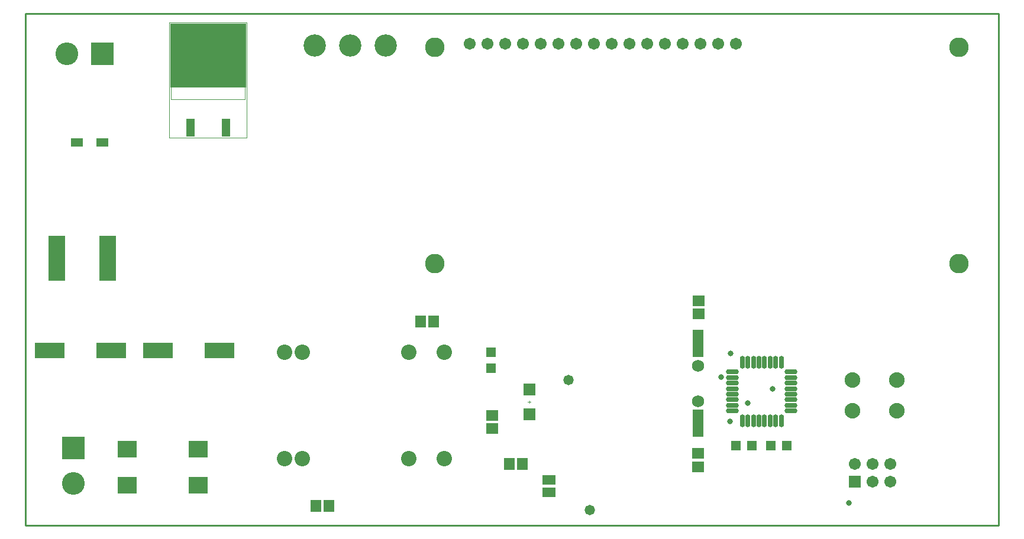
<source format=gts>
G04 Layer_Color=8388736*
%FSLAX44Y44*%
%MOMM*%
G71*
G01*
G75*
%ADD27C,0.1000*%
%ADD28C,0.2540*%
%ADD47R,2.3532X6.5032*%
%ADD48R,1.7032X1.7032*%
%ADD49R,1.9812X1.4732*%
%ADD50R,1.5032X1.7032*%
%ADD51R,4.3032X2.2032*%
%ADD52R,2.7432X2.4892*%
%ADD53R,1.4732X1.4732*%
%ADD54R,1.7032X1.5032*%
%ADD55R,1.2532X2.6032*%
%ADD56R,10.8532X9.1032*%
%ADD57R,1.4732X1.4732*%
%ADD58O,1.8532X0.7532*%
%ADD59O,0.7532X1.8532*%
%ADD60R,1.6002X4.0132*%
%ADD61R,1.7032X1.2032*%
%ADD62C,2.2032*%
%ADD63C,1.7032*%
%ADD64R,1.7032X1.7032*%
%ADD65C,1.7272*%
%ADD66C,2.2352*%
%ADD67C,3.2032*%
%ADD68R,3.2512X3.2512*%
%ADD69C,3.2512*%
%ADD70R,3.2512X3.2512*%
%ADD71C,2.8032*%
%ADD72C,0.8382*%
%ADD73C,1.4732*%
D27*
X1102900Y712750D02*
X1106900D01*
X1104900Y710750D02*
Y714750D01*
X592410Y1146480D02*
X697910D01*
X592410Y1236480D02*
X697910D01*
X592410Y1146480D02*
Y1236480D01*
X697910Y1146480D02*
Y1236480D01*
X589660Y1090980D02*
X700660D01*
X589660Y1255980D02*
X700660D01*
X589660Y1090980D02*
Y1255980D01*
X700660Y1090980D02*
Y1255980D01*
X645160Y1168480D02*
Y1178480D01*
X640160Y1173480D02*
X650160D01*
D28*
X383540Y1268730D02*
X1776730D01*
Y535940D02*
Y1268730D01*
X383540Y535940D02*
X1776730D01*
X383540D02*
Y1268730D01*
D47*
X428320Y918210D02*
D03*
X501320D02*
D03*
D48*
X1104900Y730250D02*
D03*
Y695250D02*
D03*
D49*
X1132840Y582930D02*
D03*
Y600710D02*
D03*
D50*
X818490Y563880D02*
D03*
X799490D02*
D03*
X968350Y828040D02*
D03*
X949350D02*
D03*
X1095350Y623570D02*
D03*
X1076350D02*
D03*
D51*
X661220Y786130D02*
D03*
X573220D02*
D03*
X418280D02*
D03*
X506280D02*
D03*
D52*
X529590Y645160D02*
D03*
X631190D02*
D03*
X529590Y593090D02*
D03*
X631190D02*
D03*
D53*
X1050290Y760730D02*
D03*
Y783590D02*
D03*
D54*
X1051560Y693420D02*
D03*
Y674420D02*
D03*
X1346200Y619810D02*
D03*
Y638810D02*
D03*
X1347470Y857860D02*
D03*
Y838860D02*
D03*
D55*
X619760Y1105480D02*
D03*
X670560D02*
D03*
D56*
X645160Y1208980D02*
D03*
D57*
X1473200Y650240D02*
D03*
X1450340D02*
D03*
X1400810D02*
D03*
X1423670D02*
D03*
D58*
X1395640Y755710D02*
D03*
Y747710D02*
D03*
Y739710D02*
D03*
Y731710D02*
D03*
Y723710D02*
D03*
Y715710D02*
D03*
Y707710D02*
D03*
Y699710D02*
D03*
X1479640D02*
D03*
Y707710D02*
D03*
Y715710D02*
D03*
Y723710D02*
D03*
Y731710D02*
D03*
Y739710D02*
D03*
Y747710D02*
D03*
Y755710D02*
D03*
D59*
X1409640Y685710D02*
D03*
X1417640D02*
D03*
X1425640D02*
D03*
X1433640D02*
D03*
X1441640D02*
D03*
X1449640D02*
D03*
X1457640D02*
D03*
X1465640D02*
D03*
Y769710D02*
D03*
X1457640D02*
D03*
X1449640D02*
D03*
X1441640D02*
D03*
X1433640D02*
D03*
X1425640D02*
D03*
X1417640D02*
D03*
X1409640D02*
D03*
D60*
X1346200Y796290D02*
D03*
Y681990D02*
D03*
D61*
X457200Y1084580D02*
D03*
X494030D02*
D03*
D62*
X754280Y631190D02*
D03*
X779680D02*
D03*
X932280D02*
D03*
X983080D02*
D03*
Y783590D02*
D03*
X932280D02*
D03*
X779680D02*
D03*
X754280D02*
D03*
D63*
X1621790Y623570D02*
D03*
Y598170D02*
D03*
X1596390Y623570D02*
D03*
Y598170D02*
D03*
X1570990Y623570D02*
D03*
X1019810Y1225550D02*
D03*
X1045210D02*
D03*
X1070610D02*
D03*
X1096010D02*
D03*
X1121410D02*
D03*
X1146810D02*
D03*
X1172210D02*
D03*
X1197610D02*
D03*
X1223010D02*
D03*
X1248410D02*
D03*
X1273810D02*
D03*
X1299210D02*
D03*
X1324610D02*
D03*
X1350010D02*
D03*
X1375410D02*
D03*
X1400810D02*
D03*
D64*
X1570990Y598170D02*
D03*
D65*
X1346200Y713740D02*
D03*
Y764540D02*
D03*
D66*
X1630680Y699770D02*
D03*
X1567180D02*
D03*
X1630680Y744220D02*
D03*
X1567180D02*
D03*
D67*
X848360Y1223010D02*
D03*
X899160D02*
D03*
X797560D02*
D03*
D68*
X494030Y1211580D02*
D03*
D69*
X443230D02*
D03*
X452120Y595630D02*
D03*
D70*
Y646430D02*
D03*
D71*
X969810Y1220550D02*
D03*
Y910550D02*
D03*
X1719810D02*
D03*
Y1220550D02*
D03*
D72*
X1452880Y731520D02*
D03*
X1562100Y567690D02*
D03*
X1393190Y782320D02*
D03*
X1417640Y710880D02*
D03*
X1391920Y684530D02*
D03*
X1379220Y748030D02*
D03*
D73*
X1191260Y557530D02*
D03*
X1160780Y744220D02*
D03*
M02*

</source>
